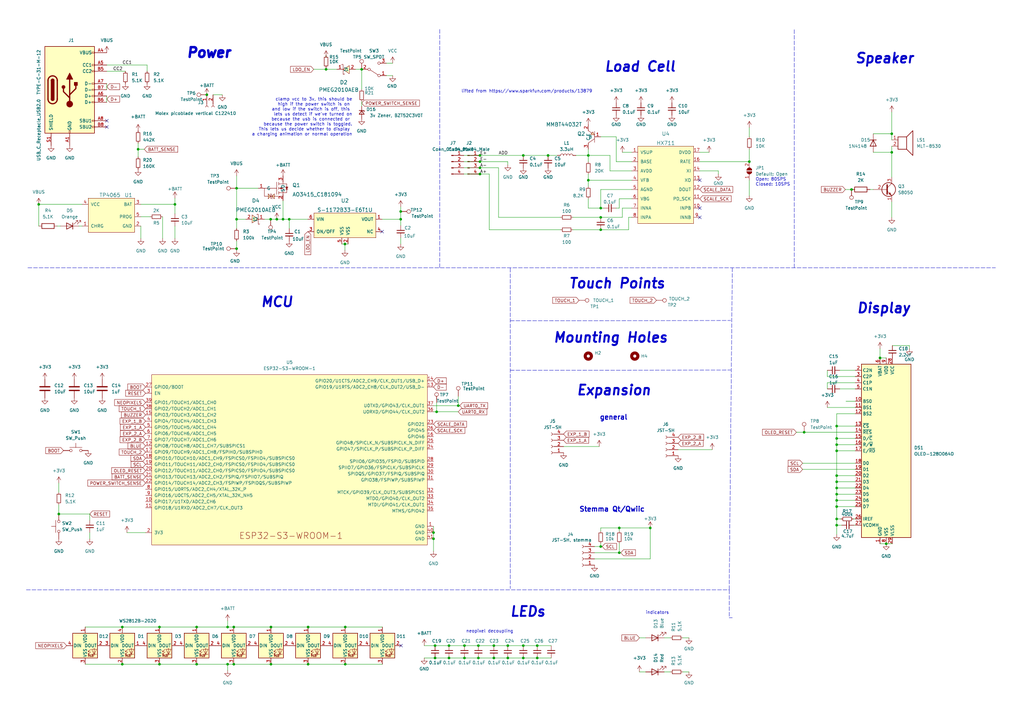
<source format=kicad_sch>
(kicad_sch (version 20211123) (generator eeschema)
  (paper "A3")
  (junction (at 148.336 28.448))
  (junction (at 110.998 89.916))
  (junction (at 241.3 63.754))
  (junction (at 365.76 62.484))
  (junction (at 184.15 264.795))
  (junction (at 15.875 83.82))
  (junction (at 208.28 264.795))
  (junction (at 196.85 68.834))
  (junction (at 343.154 200.152))
  (junction (at 329.819 177.292))
  (junction (at 343.154 197.612))
  (junction (at 214.63 269.875))
  (junction (at 141.605 272.415))
  (junction (at 93.345 272.415))
  (junction (at 196.85 71.374))
  (junction (at 349.25 77.724))
  (junction (at 246.38 224.155))
  (junction (at 178.435 269.875))
  (junction (at 196.215 269.875))
  (junction (at 190.5 264.795))
  (junction (at 65.405 257.175))
  (junction (at 224.79 63.754))
  (junction (at 126.365 272.415))
  (junction (at 80.645 257.175))
  (junction (at 141.605 257.175))
  (junction (at 307.34 66.294))
  (junction (at 343.154 195.072))
  (junction (at 220.345 269.875))
  (junction (at 254 226.695))
  (junction (at 208.28 269.875))
  (junction (at 179.07 168.91))
  (junction (at 93.345 257.175))
  (junction (at 343.154 207.772))
  (junction (at 220.345 264.795))
  (junction (at 202.565 269.875))
  (junction (at 164.338 86.741))
  (junction (at 80.645 272.415))
  (junction (at 246.38 94.234))
  (junction (at 190.5 269.875))
  (junction (at 141.478 100.076))
  (junction (at 118.618 89.916))
  (junction (at 50.165 272.415))
  (junction (at 196.85 66.294))
  (junction (at 214.63 63.754))
  (junction (at 97.028 77.216))
  (junction (at 365.76 54.864))
  (junction (at 343.154 174.752))
  (junction (at 202.565 264.795))
  (junction (at 214.63 264.795))
  (junction (at 177.8 220.98))
  (junction (at 187.96 166.37))
  (junction (at 24.13 210.82))
  (junction (at 343.154 215.392))
  (junction (at 133.731 28.448))
  (junction (at 343.154 179.832))
  (junction (at 196.85 63.754))
  (junction (at 65.405 272.415))
  (junction (at 241.3 73.914))
  (junction (at 343.154 205.232))
  (junction (at 84.836 38.862))
  (junction (at 116.078 89.916))
  (junction (at 184.15 269.875))
  (junction (at 95.885 272.415))
  (junction (at 254 216.535))
  (junction (at 343.154 184.912))
  (junction (at 177.8 218.44))
  (junction (at 343.154 182.372))
  (junction (at 97.028 101.981))
  (junction (at 95.885 257.175))
  (junction (at 178.435 264.795))
  (junction (at 126.365 257.175))
  (junction (at 111.125 272.415))
  (junction (at 266.7 216.535))
  (junction (at 246.38 89.154))
  (junction (at 111.125 257.175))
  (junction (at 97.028 89.916))
  (junction (at 363.474 223.012))
  (junction (at 196.215 264.795))
  (junction (at 360.934 146.812))
  (junction (at 71.755 83.82))
  (junction (at 246.38 85.344))
  (junction (at 343.154 202.692))
  (junction (at 343.154 212.852))
  (junction (at 50.165 257.175))
  (junction (at 56.642 61.214))
  (junction (at 164.338 89.916))
  (junction (at 113.538 89.916))
  (no_connect (at 287.02 85.344))
  (no_connect (at 43.815 52.07))
  (no_connect (at 43.815 49.53))
  (no_connect (at 287.02 89.154))
  (no_connect (at 287.02 73.914))
  (no_connect (at 156.718 94.996))
  (no_connect (at 164.465 264.795))
  (wire (pts (xy 339.344 154.432) (xy 350.774 154.432)))
  (wire (pts (xy 97.028 77.216) (xy 97.028 89.916)))
  (wire (pts (xy 32.385 92.71) (xy 33.655 92.71)))
  (wire (pts (xy 177.8 220.98) (xy 177.8 226.06)))
  (wire (pts (xy 50.165 257.175) (xy 65.405 257.175)))
  (wire (pts (xy 204.47 68.834) (xy 196.85 68.834)))
  (wire (pts (xy 173.99 269.875) (xy 178.435 269.875)))
  (wire (pts (xy 71.755 81.28) (xy 71.755 83.82)))
  (wire (pts (xy 178.435 269.875) (xy 184.15 269.875)))
  (wire (pts (xy 262.255 261.62) (xy 264.795 261.62)))
  (wire (pts (xy 339.344 167.132) (xy 350.774 167.132)))
  (wire (pts (xy 118.618 89.916) (xy 118.618 93.726)))
  (wire (pts (xy 214.63 63.754) (xy 224.79 63.754)))
  (wire (pts (xy 343.154 219.202) (xy 343.154 215.392)))
  (wire (pts (xy 95.885 272.415) (xy 111.125 272.415)))
  (polyline (pts (xy 10.795 241.935) (xy 299.085 241.935)))
  (wire (pts (xy 329.819 177.292) (xy 350.774 177.292)))
  (wire (pts (xy 145.796 28.448) (xy 148.336 28.448)))
  (wire (pts (xy 196.215 264.795) (xy 202.565 264.795)))
  (wire (pts (xy 343.154 215.392) (xy 345.186 215.392)))
  (wire (pts (xy 343.154 169.672) (xy 343.154 174.752)))
  (wire (pts (xy 250.19 63.754) (xy 241.3 63.754)))
  (wire (pts (xy 339.344 156.972) (xy 339.344 159.512)))
  (wire (pts (xy 343.154 197.612) (xy 350.774 197.612)))
  (wire (pts (xy 141.605 272.415) (xy 156.845 272.415)))
  (wire (pts (xy 243.84 226.695) (xy 254 226.695)))
  (wire (pts (xy 133.731 22.733) (xy 133.731 23.368)))
  (wire (pts (xy 65.405 272.415) (xy 80.645 272.415)))
  (wire (pts (xy 254 81.534) (xy 259.08 81.534)))
  (wire (pts (xy 178.435 264.795) (xy 184.15 264.795)))
  (wire (pts (xy 343.154 200.152) (xy 343.154 202.692)))
  (wire (pts (xy 329.184 192.532) (xy 350.774 192.532)))
  (wire (pts (xy 93.345 257.175) (xy 95.885 257.175)))
  (wire (pts (xy 246.38 216.535) (xy 246.38 217.805)))
  (wire (pts (xy 111.125 257.175) (xy 126.365 257.175)))
  (wire (pts (xy 241.3 73.914) (xy 259.08 73.914)))
  (wire (pts (xy 142.748 100.076) (xy 141.478 100.076)))
  (wire (pts (xy 360.934 223.012) (xy 363.474 223.012)))
  (wire (pts (xy 366.014 141.732) (xy 372.999 141.732)))
  (wire (pts (xy 259.08 89.154) (xy 257.81 89.154)))
  (wire (pts (xy 95.885 257.175) (xy 111.125 257.175)))
  (wire (pts (xy 343.154 195.072) (xy 343.154 197.612)))
  (wire (pts (xy 343.154 182.372) (xy 343.154 184.912)))
  (wire (pts (xy 241.3 61.214) (xy 241.3 63.754)))
  (wire (pts (xy 365.76 54.864) (xy 365.76 57.404)))
  (wire (pts (xy 350.774 195.072) (xy 343.154 195.072)))
  (wire (pts (xy 208.28 264.795) (xy 214.63 264.795)))
  (wire (pts (xy 339.344 151.892) (xy 339.344 154.432)))
  (wire (pts (xy 190.246 68.834) (xy 196.85 68.834)))
  (wire (pts (xy 257.81 89.154) (xy 257.81 94.234)))
  (wire (pts (xy 262.255 275.59) (xy 264.795 275.59)))
  (wire (pts (xy 246.38 224.155) (xy 247.015 224.155)))
  (wire (pts (xy 34.925 257.175) (xy 50.165 257.175)))
  (wire (pts (xy 56.642 58.674) (xy 56.642 61.214)))
  (polyline (pts (xy 299.72 184.15) (xy 299.72 183.515)))
  (wire (pts (xy 93.345 272.415) (xy 95.885 272.415)))
  (wire (pts (xy 15.875 83.82) (xy 15.875 92.71)))
  (polyline (pts (xy 300.355 109.855) (xy 299.085 241.935)))
  (polyline (pts (xy 209.296 131.572) (xy 299.72 131.445)))
  (wire (pts (xy 343.154 207.772) (xy 350.774 207.772)))
  (wire (pts (xy 105.918 77.216) (xy 97.028 77.216)))
  (wire (pts (xy 343.154 202.692) (xy 350.774 202.692)))
  (wire (pts (xy 97.028 72.136) (xy 97.028 77.216)))
  (wire (pts (xy 59.182 61.214) (xy 56.642 61.214)))
  (wire (pts (xy 243.84 229.235) (xy 266.7 229.235)))
  (wire (pts (xy 252.73 85.344) (xy 254 85.344)))
  (wire (pts (xy 241.3 73.914) (xy 241.3 76.454)))
  (wire (pts (xy 108.458 89.916) (xy 110.998 89.916)))
  (wire (pts (xy 190.246 63.754) (xy 196.85 63.754)))
  (wire (pts (xy 343.154 202.692) (xy 343.154 205.232)))
  (wire (pts (xy 202.565 264.795) (xy 208.28 264.795)))
  (wire (pts (xy 80.645 257.175) (xy 93.345 257.175)))
  (wire (pts (xy 344.424 151.892) (xy 350.774 151.892)))
  (wire (pts (xy 116.078 82.296) (xy 116.078 89.916)))
  (wire (pts (xy 350.774 156.972) (xy 339.344 156.972)))
  (wire (pts (xy 231.14 183.134) (xy 245.745 183.134)))
  (wire (pts (xy 254 226.695) (xy 254.635 226.695)))
  (wire (pts (xy 246.38 216.535) (xy 254 216.535)))
  (wire (pts (xy 326.644 177.292) (xy 329.819 177.292)))
  (wire (pts (xy 360.934 146.812) (xy 363.474 146.812)))
  (polyline (pts (xy 325.755 109.855) (xy 325.755 12.065)))
  (wire (pts (xy 229.87 89.154) (xy 204.47 89.154)))
  (wire (pts (xy 350.774 200.152) (xy 343.154 200.152)))
  (wire (pts (xy 24.13 207.01) (xy 24.13 210.82)))
  (wire (pts (xy 24.13 198.12) (xy 24.13 201.93)))
  (wire (pts (xy 365.76 62.484) (xy 365.76 72.644)))
  (wire (pts (xy 50.165 272.415) (xy 65.405 272.415)))
  (wire (pts (xy 177.8 218.44) (xy 177.8 220.98)))
  (wire (pts (xy 200.66 94.234) (xy 229.87 94.234)))
  (wire (pts (xy 56.642 61.214) (xy 56.642 64.389)))
  (wire (pts (xy 307.34 80.264) (xy 307.34 73.914)))
  (wire (pts (xy 116.078 89.916) (xy 118.618 89.916)))
  (wire (pts (xy 254 216.535) (xy 254 217.805)))
  (wire (pts (xy 224.79 63.754) (xy 228.6 63.754)))
  (wire (pts (xy 34.925 272.415) (xy 50.165 272.415)))
  (wire (pts (xy 133.731 28.448) (xy 138.176 28.448)))
  (wire (pts (xy 43.815 26.67) (xy 60.325 26.67)))
  (wire (pts (xy 294.64 70.104) (xy 294.64 71.374)))
  (wire (pts (xy 57.785 88.9) (xy 61.595 88.9)))
  (wire (pts (xy 343.154 205.232) (xy 343.154 207.772)))
  (wire (pts (xy 259.08 77.724) (xy 246.38 77.724)))
  (wire (pts (xy 350.266 215.392) (xy 350.774 215.392)))
  (polyline (pts (xy 180.34 12.065) (xy 180.34 109.855)))
  (polyline (pts (xy 299.085 241.935) (xy 299.085 253.365)))
  (wire (pts (xy 241.3 66.294) (xy 241.3 63.754)))
  (wire (pts (xy 246.38 222.885) (xy 246.38 224.155)))
  (wire (pts (xy 344.424 159.512) (xy 350.774 159.512)))
  (wire (pts (xy 93.345 254.635) (xy 93.345 257.175)))
  (wire (pts (xy 254 85.344) (xy 254 81.534)))
  (polyline (pts (xy 299.085 253.365) (xy 300.355 253.365)))
  (wire (pts (xy 164.338 97.536) (xy 164.338 100.076)))
  (wire (pts (xy 243.84 224.155) (xy 246.38 224.155)))
  (wire (pts (xy 196.85 66.294) (xy 208.28 66.294)))
  (wire (pts (xy 252.73 56.134) (xy 252.73 66.294)))
  (wire (pts (xy 259.08 70.104) (xy 250.19 70.104)))
  (wire (pts (xy 164.338 84.836) (xy 164.338 86.741)))
  (wire (pts (xy 307.34 52.324) (xy 307.34 56.134)))
  (wire (pts (xy 358.14 62.484) (xy 365.76 62.484)))
  (wire (pts (xy 214.63 269.875) (xy 220.345 269.875)))
  (wire (pts (xy 250.19 70.104) (xy 250.19 63.754)))
  (wire (pts (xy 196.85 63.754) (xy 214.63 63.754)))
  (wire (pts (xy 190.5 269.875) (xy 196.215 269.875)))
  (wire (pts (xy 148.336 28.448) (xy 148.336 36.576)))
  (wire (pts (xy 290.83 62.484) (xy 287.02 62.484)))
  (wire (pts (xy 148.336 41.656) (xy 148.336 43.561)))
  (wire (pts (xy 329.184 189.992) (xy 350.774 189.992)))
  (wire (pts (xy 220.345 264.795) (xy 226.06 264.795)))
  (wire (pts (xy 234.95 89.154) (xy 246.38 89.154)))
  (wire (pts (xy 241.3 81.534) (xy 241.3 85.344)))
  (wire (pts (xy 65.405 257.175) (xy 80.645 257.175)))
  (wire (pts (xy 343.154 212.852) (xy 343.154 207.772)))
  (wire (pts (xy 161.036 25.908) (xy 158.496 25.908)))
  (wire (pts (xy 179.07 168.91) (xy 187.96 168.91)))
  (wire (pts (xy 187.96 166.37) (xy 177.8 166.37)))
  (wire (pts (xy 36.83 213.36) (xy 36.83 210.82)))
  (wire (pts (xy 241.3 73.914) (xy 241.3 71.374)))
  (wire (pts (xy 164.338 86.741) (xy 164.338 89.916)))
  (wire (pts (xy 307.34 61.214) (xy 307.34 66.294)))
  (wire (pts (xy 200.66 71.374) (xy 200.66 94.234)))
  (wire (pts (xy 346.71 77.724) (xy 349.25 77.724)))
  (wire (pts (xy 350.774 174.752) (xy 343.154 174.752)))
  (wire (pts (xy 343.154 169.672) (xy 350.774 169.672)))
  (wire (pts (xy 97.028 101.981) (xy 97.028 98.806)))
  (wire (pts (xy 204.47 89.154) (xy 204.47 68.834)))
  (wire (pts (xy 346.964 164.592) (xy 350.774 164.592)))
  (wire (pts (xy 246.38 85.344) (xy 247.65 85.344)))
  (polyline (pts (xy 11.43 109.855) (xy 408.305 109.855)))
  (wire (pts (xy 259.08 66.294) (xy 252.73 66.294)))
  (wire (pts (xy 196.85 71.374) (xy 200.66 71.374)))
  (wire (pts (xy 161.036 30.988) (xy 158.496 30.988)))
  (wire (pts (xy 208.28 66.294) (xy 208.28 67.564)))
  (wire (pts (xy 43.815 39.37) (xy 43.815 41.91)))
  (wire (pts (xy 190.246 66.294) (xy 196.85 66.294)))
  (wire (pts (xy 141.478 100.076) (xy 141.478 102.616)))
  (wire (pts (xy 343.154 197.612) (xy 343.154 200.152)))
  (wire (pts (xy 252.73 56.134) (xy 246.38 56.134)))
  (wire (pts (xy 266.7 229.235) (xy 266.7 216.535)))
  (wire (pts (xy 52.07 218.44) (xy 59.69 218.44)))
  (wire (pts (xy 343.154 184.912) (xy 350.774 184.912)))
  (wire (pts (xy 358.14 54.864) (xy 365.76 54.864)))
  (wire (pts (xy 184.15 269.875) (xy 190.5 269.875)))
  (wire (pts (xy 93.345 272.415) (xy 93.345 274.955)))
  (wire (pts (xy 36.83 218.44) (xy 36.83 220.98)))
  (wire (pts (xy 184.15 264.795) (xy 190.5 264.795)))
  (wire (pts (xy 111.125 272.415) (xy 126.365 272.415)))
  (wire (pts (xy 179.07 165.1) (xy 179.07 168.91)))
  (wire (pts (xy 287.02 66.294) (xy 307.34 66.294)))
  (wire (pts (xy 246.38 89.154) (xy 255.27 89.154)))
  (polyline (pts (xy 209.296 151.892) (xy 299.72 151.765)))
  (wire (pts (xy 57.785 97.79) (xy 57.785 92.71)))
  (wire (pts (xy 71.755 92.71) (xy 71.755 97.79)))
  (wire (pts (xy 365.76 89.154) (xy 365.76 82.804)))
  (wire (pts (xy 236.22 63.754) (xy 241.3 63.754)))
  (wire (pts (xy 87.376 38.862) (xy 91.186 38.862)))
  (wire (pts (xy 188.595 166.37) (xy 187.96 166.37)))
  (wire (pts (xy 343.154 179.832) (xy 343.154 182.372)))
  (wire (pts (xy 234.95 94.234) (xy 246.38 94.234)))
  (wire (pts (xy 254 222.885) (xy 254 226.695)))
  (wire (pts (xy 343.154 195.072) (xy 343.154 184.912)))
  (wire (pts (xy 363.474 223.012) (xy 366.014 223.012)))
  (wire (pts (xy 43.815 34.29) (xy 43.815 36.83)))
  (wire (pts (xy 57.785 83.82) (xy 71.755 83.82)))
  (wire (pts (xy 214.63 264.795) (xy 220.345 264.795)))
  (wire (pts (xy 97.028 89.916) (xy 97.028 93.726)))
  (wire (pts (xy 220.345 269.875) (xy 226.06 269.875)))
  (wire (pts (xy 372.999 141.732) (xy 372.999 143.002)))
  (wire (pts (xy 343.154 215.392) (xy 343.154 212.852)))
  (wire (pts (xy 187.96 162.56) (xy 187.96 166.37)))
  (wire (pts (xy 272.415 261.62) (xy 274.955 261.62)))
  (wire (pts (xy 36.83 210.82) (xy 24.13 210.82)))
  (wire (pts (xy 66.675 97.79) (xy 66.675 88.9)))
  (wire (pts (xy 343.154 179.832) (xy 350.774 179.832)))
  (wire (pts (xy 208.28 269.875) (xy 214.63 269.875)))
  (wire (pts (xy 282.575 261.62) (xy 280.035 261.62)))
  (wire (pts (xy 156.718 89.916) (xy 164.338 89.916)))
  (wire (pts (xy 113.538 89.916) (xy 116.078 89.916)))
  (wire (pts (xy 60.325 26.67) (xy 60.325 29.21)))
  (wire (pts (xy 202.565 269.875) (xy 208.28 269.875)))
  (wire (pts (xy 173.99 264.795) (xy 178.435 264.795)))
  (wire (pts (xy 133.731 27.813) (xy 133.731 28.448)))
  (wire (pts (xy 80.645 272.415) (xy 93.345 272.415)))
  (wire (pts (xy 255.27 62.484) (xy 259.08 62.484)))
  (wire (pts (xy 126.365 272.415) (xy 141.605 272.415)))
  (wire (pts (xy 272.415 275.59) (xy 274.955 275.59)))
  (wire (pts (xy 255.27 89.154) (xy 255.27 85.344)))
  (wire (pts (xy 97.028 89.916) (xy 100.838 89.916)))
  (wire (pts (xy 343.154 205.232) (xy 350.774 205.232)))
  (wire (pts (xy 128.651 28.448) (xy 133.731 28.448)))
  (wire (pts (xy 246.38 94.234) (xy 257.81 94.234)))
  (wire (pts (xy 71.755 87.63) (xy 71.755 83.82)))
  (wire (pts (xy 43.815 29.21) (xy 51.435 29.21)))
  (wire (pts (xy 365.76 59.944) (xy 365.76 62.484)))
  (wire (pts (xy 110.998 89.916) (xy 113.538 89.916)))
  (wire (pts (xy 177.8 215.9) (xy 177.8 218.44)))
  (wire (pts (xy 350.012 212.852) (xy 350.774 212.852)))
  (polyline (pts (xy 209.296 109.982) (xy 209.296 241.427)))
  (wire (pts (xy 126.365 257.175) (xy 141.605 257.175)))
  (wire (pts (xy 365.76 45.974) (xy 365.76 54.864)))
  (wire (pts (xy 33.655 83.82) (xy 15.875 83.82)))
  (wire (pts (xy 343.154 182.372) (xy 350.774 182.372)))
  (wire (pts (xy 179.07 168.91) (xy 177.8 168.91)))
  (wire (pts (xy 287.02 70.104) (xy 294.64 70.104)))
  (wire (pts (xy 343.154 212.852) (xy 344.932 212.852)))
  (wire (pts (xy 23.495 92.71) (xy 24.765 92.71)))
  (wire (pts (xy 356.87 77.724) (xy 358.14 77.724)))
  (wire (pts (xy 118.618 89.916) (xy 126.238 89.916)))
  (wire (pts (xy 360.934 143.002) (xy 360.934 146.812)))
  (wire (pts (xy 190.246 71.374) (xy 196.85 71.374)))
  (wire (pts (xy 241.3 85.344) (xy 246.38 85.344)))
  (wire (pts (xy 141.605 257.175) (xy 156.845 257.175)))
  (wire (pts (xy 190.5 264.795) (xy 196.215 264.795)))
  (wire (pts (xy 254 216.535) (xy 266.7 216.535)))
  (wire (pts (xy 278.13 184.404) (xy 292.1 184.404)))
  (wire (pts (xy 255.27 85.344) (xy 259.08 85.344)))
  (wire (pts (xy 196.215 269.875) (xy 202.565 269.875)))
  (wire (pts (xy 164.338 89.916) (xy 164.338 92.456)))
  (wire (pts (xy 343.154 174.752) (xy 343.154 179.832)))
  (wire (pts (xy 141.478 100.076) (xy 140.208 100.076)))
  (wire (pts (xy 246.38 77.724) (xy 246.38 85.344)))
  (wire (pts (xy 282.575 275.59) (xy 280.035 275.59)))
  (wire (pts (xy 97.028 102.616) (xy 97.028 101.981)))
  (text "lifted from https://www.sparkfun.com/products/13879" (at 189.23 38.227 0) (effects (font (size 1.27 1.27)) (justify left bottom)))
  (text "Open: 80SPS\nClosed: 10SPS\n" (at 309.88 76.454 0) (effects (font (size 1.27 1.27)) (justify left bottom)))
  (text "Touch Points" (at 233.045 118.745 0) (effects (font (size 4 4) (thickness 0.8) bold italic) (justify left bottom)))
  (text "MCU" (at 106.68 126.365 0) (effects (font (size 4 4) (thickness 0.8) bold italic) (justify left bottom)))
  (text "Power" (at 76.2 24.13 0) (effects (font (size 4 4) (thickness 1) bold italic) (justify left bottom)))
  (text "Display" (at 351.155 128.905 0) (effects (font (size 4 4) (thickness 0.8) bold italic) (justify left bottom)))
  (text "Expansion" (at 236.22 162.56 0) (effects (font (size 4 4) (thickness 0.8) bold italic) (justify left bottom)))
  (text "Mounting Holes" (at 226.695 140.97 0) (effects (font (size 4 4) (thickness 0.8) bold italic) (justify left bottom)))
  (text "clamp vcc to 3v, this should be\nhigh if the power switch is on \nand low if the switch is off, this \nlets us detect if we've turned on\nbecause the usb is connected or \nbecause the power switch is toggled.\nThis lets us decide whether to display \na charging animation or normal operation" (at 144.526 55.88 0) (effects (font (size 1.27 1.27)) (justify right bottom)))
  (text "Stemma Qt/Qwiic" (at 237.49 210.185 0) (effects (font (size 2 2) (thickness 0.4) bold) (justify left bottom)))
  (text "LEDs\n" (at 208.915 253.365 0) (effects (font (size 4 4) (thickness 0.8) bold italic) (justify left bottom)))
  (text "Speaker" (at 350.52 26.416 0) (effects (font (size 4 4) (thickness 0.8) bold italic) (justify left bottom)))
  (text "Load Cell" (at 247.65 29.845 0) (effects (font (size 4 4) (thickness 0.8) bold italic) (justify left bottom)))
  (text "neopixel decoupling\n" (at 191.135 259.715 0) (effects (font (size 1.27 1.27)) (justify left bottom)))
  (text "general" (at 245.872 172.466 0) (effects (font (size 2 2) (thickness 0.4) bold) (justify left bottom)))
  (text "indicators" (at 264.795 252.095 0) (effects (font (size 1.27 1.27)) (justify left bottom)))
  (label "ADD" (at 204.47 63.754 0))
  (label "CC2" (at 46.355 29.21 0))
  (label "CC1" (at 50.165 26.67 0))
  (label "E+" (at 196.85 63.754 0))
  (label "A-" (at 196.85 68.834 0))
  (label "E-" (at 196.85 66.294 0))
  (label "A+" (at 196.85 71.374 0))
  (global_label "D-" (shape input) (at 43.815 35.56 0) (property "Intersheet References" "${INTERSHEET_REFS}" (effects hide)))
  (global_label "OLED_RESET" (shape input) (at 59.69 193.04 180) (property "Intersheet References" "${INTERSHEET_REFS}" (effects hide)))
  (global_label "UART0_RX" (shape input) (at 187.96 168.91 0) (property "Intersheet References" "${INTERSHEET_REFS}" (effects hide)))
  (global_label "LDO_EN" (shape input) (at 126.238 94.996 270) (property "Intersheet References" "${INTERSHEET_REFS}" (effects hide)))
  (global_label "POWER_SWITCH_SENSE" (shape input) (at 148.336 42.291 0) (property "Intersheet References" "${INTERSHEET_REFS}" (effects hide)))
  (global_label "UART0_TX" (shape input) (at 188.595 166.37 0) (property "Intersheet References" "${INTERSHEET_REFS}" (effects hide)))
  (global_label "BATT_SENSE" (shape input) (at 59.182 61.214 0) (property "Intersheet References" "${INTERSHEET_REFS}" (effects hide)))
  (global_label "BLUE" (shape input) (at 262.255 261.62 180) (property "Intersheet References" "${INTERSHEET_REFS}" (effects hide)))
  (global_label "SCALE_SCK" (shape input) (at 177.8 176.53 0) (property "Intersheet References" "${INTERSHEET_REFS}" (effects hide)))
  (global_label "TOUCH_2" (shape input) (at 59.69 185.42 180) (property "Intersheet References" "${INTERSHEET_REFS}" (effects hide)))
  (global_label "BUZZER" (shape input) (at 346.71 77.724 180) (property "Intersheet References" "${INTERSHEET_REFS}" (effects hide)))
  (global_label "BUZZER" (shape input) (at 59.69 170.18 180) (property "Intersheet References" "${INTERSHEET_REFS}" (effects hide)))
  (global_label "EXP_1_B" (shape input) (at 59.69 172.72 180) (property "Intersheet References" "${INTERSHEET_REFS}" (effects hide)))
  (global_label "EXP_1_B" (shape input) (at 231.14 178.054 0) (property "Intersheet References" "${INTERSHEET_REFS}" (effects hide)))
  (global_label "D+" (shape input) (at 43.815 40.64 0) (property "Intersheet References" "${INTERSHEET_REFS}" (effects hide)))
  (global_label "NEOPIXELS" (shape input) (at 27.305 264.795 180) (property "Intersheet References" "${INTERSHEET_REFS}" (effects hide)))
  (global_label "SCL" (shape input) (at 59.69 190.5 180) (property "Intersheet References" "${INTERSHEET_REFS}" (effects hide)))
  (global_label "SDA" (shape input) (at 254.635 226.695 0) (property "Intersheet References" "${INTERSHEET_REFS}" (effects hide)))
  (global_label "SDA" (shape input) (at 59.69 187.96 180) (property "Intersheet References" "${INTERSHEET_REFS}" (effects hide)))
  (global_label "NEOPIXELS" (shape input) (at 59.69 165.1 180) (property "Intersheet References" "${INTERSHEET_REFS}" (effects hide)))
  (global_label "D-" (shape input) (at 177.8 158.75 0) (property "Intersheet References" "${INTERSHEET_REFS}" (effects hide)))
  (global_label "TOUCH_2" (shape input) (at 269.24 123.19 180) (property "Intersheet References" "${INTERSHEET_REFS}" (effects hide)))
  (global_label "POWER_SWITCH_SENSE" (shape input) (at 59.69 198.12 180) (property "Intersheet References" "${INTERSHEET_REFS}" (effects hide)))
  (global_label "LDO_EN" (shape input) (at 128.651 28.448 180) (property "Intersheet References" "${INTERSHEET_REFS}" (effects hide)))
  (global_label "SDA" (shape input) (at 329.184 192.532 180) (property "Intersheet References" "${INTERSHEET_REFS}" (effects hide)))
  (global_label "EXP_1_A" (shape input) (at 59.69 175.26 180) (property "Intersheet References" "${INTERSHEET_REFS}" (effects hide)))
  (global_label "D+" (shape input) (at 177.8 156.21 0) (property "Intersheet References" "${INTERSHEET_REFS}" (effects hide)))
  (global_label "RESET" (shape input) (at 36.83 210.82 0) (property "Intersheet References" "${INTERSHEET_REFS}" (effects hide)))
  (global_label "EXP_2_A" (shape input) (at 59.69 177.8 180) (property "Intersheet References" "${INTERSHEET_REFS}" (effects hide)))
  (global_label "SCALE_SCK" (shape input) (at 287.02 81.534 0) (property "Intersheet References" "${INTERSHEET_REFS}" (effects hide)))
  (global_label "TOUCH_1" (shape input) (at 59.69 167.64 180) (property "Intersheet References" "${INTERSHEET_REFS}" (effects hide)))
  (global_label "BLUE" (shape input) (at 59.69 182.88 180) (property "Intersheet References" "${INTERSHEET_REFS}" (effects hide)))
  (global_label "BATT_SENSE" (shape input) (at 59.69 195.58 180) (property "Intersheet References" "${INTERSHEET_REFS}" (effects hide)))
  (global_label "RESET" (shape input) (at 59.69 161.29 180) (property "Intersheet References" "${INTERSHEET_REFS}" (effects hide)))
  (global_label "EXP_2_B" (shape input) (at 278.13 179.324 0) (property "Intersheet References" "${INTERSHEET_REFS}" (effects hide)))
  (global_label "TOUCH_1" (shape input) (at 237.49 123.19 180) (property "Intersheet References" "${INTERSHEET_REFS}" (effects hide)))
  (global_label "EXP_2_A" (shape input) (at 278.13 181.864 0) (property "Intersheet References" "${INTERSHEET_REFS}" (effects hide)))
  (global_label "SCL" (shape input) (at 247.015 224.155 0) (property "Intersheet References" "${INTERSHEET_REFS}" (effects hide)))
  (global_label "SCALE_DATA" (shape input) (at 177.8 173.99 0) (property "Intersheet References" "${INTERSHEET_REFS}" (effects hide)))
  (global_label "BOOT" (shape input) (at 26.035 184.785 180) (property "Intersheet References" "${INTERSHEET_REFS}" (effects hide)))
  (global_label "BOOT" (shape input) (at 59.69 158.75 180) (property "Intersheet References" "${INTERSHEET_REFS}" (effects hide)))
  (global_label "SCALE_DATA" (shape input) (at 287.02 77.724 0) (property "Intersheet References" "${INTERSHEET_REFS}" (effects hide)))
  (global_label "OLED_RESET" (shape input) (at 326.644 177.292 180) (property "Intersheet References" "${INTERSHEET_REFS}" (effects hide)))
  (global_label "SCL" (shape input) (at 329.184 189.992 180) (property "Intersheet References" "${INTERSHEET_REFS}" (effects hide)))
  (global_label "EXP_2_B" (shape input) (at 59.69 180.34 180) (property "Intersheet References" "${INTERSHEET_REFS}" (effects hide)))
  (global_label "EXP_1_A" (shape input) (at 231.14 180.594 0) (property "Intersheet References" "${INTERSHEET_REFS}" (effects hide)))
  (symbol (lib_id "power:GND") (at 60.325 34.29 0) (unit 1)
    (property "Reference" "#PWR05" (effects hide))
    (property "Value" "GND" (at 60.325 39.37 0))
  )
  (symbol (lib_id "Device:D") (at 358.14 58.674 90) (mirror x) (unit 1)
    (property "Reference" "D15" (at 353.06 57.404 90) (effects (justify right)))
    (property "Value" "1N4148" (at 347.98 59.944 90) (effects (justify right)))
    (property "Footprint" "Diode_SMD:D_SOD-323_HandSoldering" (effects hide))
  )
  (symbol (lib_id "Device:C_Small") (at 190.5 267.335 0) (unit 1)
    (property "Reference" "C21" (at 189.23 262.89 0) (effects (justify left)))
    (property "Value" "0.1uF" (at 187.96 271.78 0) (effects (justify left)))
    (property "Footprint" "Capacitor_SMD:C_0805_2012Metric_Pad1.18x1.45mm_HandSolder" (effects hide))
  )
  (symbol (lib_id "Device:C_Small") (at 214.63 267.335 0) (unit 1)
    (property "Reference" "C25" (at 213.36 262.89 0) (effects (justify left)))
    (property "Value" "0.1uF" (at 212.09 271.78 0) (effects (justify left)))
    (property "Footprint" "Capacitor_SMD:C_0805_2012Metric_Pad1.18x1.45mm_HandSolder" (effects hide))
  )
  (symbol (lib_id "Connector:TestPoint") (at 97.028 77.216 90) (unit 1)
    (property "Reference" "TP3" (at 88.138 72.136 90))
    (property "Value" "TestPoint" (at 89.408 74.676 90))
    (property "Footprint" "TestPoint:TestPoint_Pad_D1.5mm" (effects hide))
  )
  (symbol (lib_id "Device:L") (at 232.41 63.754 90) (unit 1)
    (property "Reference" "L1" (at 232.41 58.674 90))
    (property "Value" "3.3uH" (at 232.41 61.214 90))
    (property "Footprint" "Inductor_SMD:L_0805_2012Metric_Pad1.05x1.20mm_HandSolder" (effects hide))
  )
  (symbol (lib_id "power:GND") (at 224.79 68.834 0) (unit 1)
    (property "Reference" "#PWR023" (effects hide))
    (property "Value" "GND" (at 224.79 72.644 0))
  )
  (symbol (lib_id "Device:C_Small") (at 178.435 267.335 0) (unit 1)
    (property "Reference" "C19" (at 177.165 262.89 0) (effects (justify left)))
    (property "Value" "0.1uF" (at 175.895 271.78 0) (effects (justify left)))
    (property "Footprint" "Capacitor_SMD:C_0805_2012Metric_Pad1.18x1.45mm_HandSolder" (effects hide))
  )
  (symbol (lib_id "power:+3V3") (at 241.3 51.054 0) (unit 1)
    (property "Reference" "#PWR0106" (effects hide))
    (property "Value" "+3V3" (at 241.3 45.974 0))
  )
  (symbol (lib_id "power:+3.3V") (at 18.415 155.575 0) (unit 1)
    (property "Reference" "#PWR039" (effects hide))
    (property "Value" "+3.3V" (at 18.415 150.495 0))
  )
  (symbol (lib_id "power:+BATT") (at 116.078 72.136 0) (unit 1)
    (property "Reference" "#PWR010" (effects hide))
    (property "Value" "+BATT" (at 116.078 67.691 0))
  )
  (symbol (lib_id "LED:WS2812B") (at 111.125 264.795 0) (unit 1)
    (property "Reference" "D8" (at 118.745 260.985 0))
    (property "Value" "WS2812B-2020" (effects hide))
    (property "Footprint" "easyeda2kicad:LED-SMD_4P-L2.0-W2.0-TL_WS2812B-2020" (effects hide))
    (property "Datasheet" "https://cdn-shop.adafruit.com/datasheets/WS2812B.pdf" (effects hide))
  )
  (symbol (lib_id "power:+3.3V") (at 41.91 155.575 0) (unit 1)
    (property "Reference" "#PWR043" (effects hide))
    (property "Value" "+3.3V" (at 41.91 150.495 0))
  )
  (symbol (lib_id "easyeda2kicad:HX711") (at 273.05 71.374 0) (unit 1)
    (property "Reference" "U4" (at 273.05 54.864 0) (effects (font (size 1.524 1.524))))
    (property "Value" "HX711" (at 273.05 58.674 0) (effects (font (size 1.524 1.524))))
    (property "Footprint" "easyeda2kicad:SOP-16_L10.0-W3.9-P1.27-LS6.0-BL" (effects hide))
    (property "Datasheet" "https://lcsc.com/product-detail/Analog-To-Digital-Converters-ADCs_HX711_C43656.html" (effects hide))
    (property "Manufacturer" "AVIA" (effects hide))
    (property "LCSC Part" "C43656" (effects hide))
    (property "JLC Part" "Extended Part" (effects hide))
  )
  (symbol (lib_id "Device:C_Small") (at 366.014 144.272 0) (unit 1)
    (property "Reference" "C18" (at 368.554 143.0082 0) (effects (justify left)))
    (property "Value" "2.2uF" (at 368.554 145.5482 0) (effects (justify left)))
    (property "Footprint" "Capacitor_SMD:C_0805_2012Metric_Pad1.18x1.45mm_HandSolder" (effects hide))
  )
  (symbol (lib_id "Device:C_Small") (at 208.28 267.335 0) (unit 1)
    (property "Reference" "C24" (at 207.01 262.89 0) (effects (justify left)))
    (property "Value" "0.1uF" (at 205.74 271.78 0) (effects (justify left)))
    (property "Footprint" "Capacitor_SMD:C_0805_2012Metric_Pad1.18x1.45mm_HandSolder" (effects hide))
  )
  (symbol (lib_id "Device:R_Small") (at 133.731 25.273 0) (unit 1)
    (property "Reference" "R15" (at 135.001 23.368 0) (effects (justify left)))
    (property "Value" "10K" (at 135.001 25.273 0) (effects (justify left)))
    (property "Footprint" "Resistor_SMD:R_0805_2012Metric_Pad1.20x1.40mm_HandSolder" (effects hide))
  )
  (symbol (lib_id "Device:C_Small") (at 341.884 151.892 90) (unit 1)
    (property "Reference" "C15" (at 341.884 146.177 90))
    (property "Value" "1uF" (at 341.884 148.717 90))
    (property "Footprint" "Capacitor_SMD:C_0805_2012Metric_Pad1.18x1.45mm_HandSolder" (effects hide))
  )
  (symbol (lib_id "Device:C_Small") (at 341.884 159.512 90) (unit 1)
    (property "Reference" "C16" (at 341.884 154.432 90))
    (property "Value" "1uF" (at 341.884 156.972 90))
    (property "Footprint" "Capacitor_SMD:C_0805_2012Metric_Pad1.18x1.45mm_HandSolder" (effects hide))
  )
  (symbol (lib_id "Device:LED") (at 28.575 92.71 180) (unit 1)
    (property "Reference" "D5" (at 28.575 86.36 0))
    (property "Value" "Orange" (at 28.575 88.9 0))
    (property "Footprint" "LED_SMD:LED_0805_2012Metric_Pad1.15x1.40mm_HandSolder" (effects hide))
  )
  (symbol (lib_id "power:GND") (at 56.642 69.469 0) (unit 1)
    (property "Reference" "#PWR057" (effects hide))
    (property "Value" "GND" (at 56.642 74.549 0))
  )
  (symbol (lib_id "Device:C_Small") (at 250.19 85.344 90) (unit 1)
    (property "Reference" "C7" (at 250.19 80.264 90))
    (property "Value" "0.1uF" (at 250.19 82.804 90))
    (property "Footprint" "Capacitor_SMD:C_0805_2012Metric_Pad1.18x1.45mm_HandSolder" (effects hide))
  )
  (symbol (lib_id "Device:C_Small") (at 118.618 96.266 0) (unit 1)
    (property "Reference" "C1" (at 120.65 94.996 0) (effects (justify left)))
    (property "Value" "10uF" (at 119.888 98.044 0) (effects (justify left)))
    (property "Footprint" "Capacitor_SMD:C_0805_2012Metric_Pad1.18x1.45mm_HandSolder" (effects hide))
  )
  (symbol (lib_id "Connector:TestPoint") (at 269.24 123.19 270) (unit 1)
    (property "Reference" "TP2" (at 273.8121 125.095 90) (effects (justify left)))
    (property "Value" "TOUCH_2" (at 274.32 122.555 90) (effects (justify left)))
    (property "Footprint" "TouchPads:TouchPad" (effects hide))
  )
  (symbol (lib_id "Connector:TestPoint") (at 110.998 89.916 180) (unit 1)
    (property "Reference" "TP4" (at 109.728 94.996 0) (effects (justify right)))
    (property "Value" "TestPoint" (at 107.188 97.536 0) (effects (justify right)))
    (property "Footprint" "TestPoint:TestPoint_Pad_D1.5mm" (effects hide))
  )
  (symbol (lib_id "power:GND") (at 20.955 59.69 0) (unit 1)
    (property "Reference" "#PWR01" (effects hide))
    (property "Value" "GND" (at 20.955 64.77 0))
  )
  (symbol (lib_id "Switch:SW_SPDT") (at 153.416 28.448 0) (mirror x) (unit 1)
    (property "Reference" "SW3" (at 153.416 20.828 0))
    (property "Value" "SW_SPDT" (at 153.416 23.368 0))
    (property "Footprint" "Button_Switch_SMD:SW_SPDT_PCM12" (effects hide))
  )
  (symbol (lib_id "Device:C_Small") (at 347.726 215.392 90) (mirror x) (unit 1)
    (property "Reference" "C17" (at 347.726 217.932 90))
    (property "Value" "4.7uF" (at 347.726 219.837 90))
    (property "Footprint" "Capacitor_SMD:C_0805_2012Metric_Pad1.18x1.45mm_HandSolder" (effects hide))
  )
  (symbol (lib_id "power:VBUS") (at 15.875 83.82 0) (unit 1)
    (property "Reference" "#PWR08" (effects hide))
    (property "Value" "VBUS" (at 15.875 78.74 0))
  )
  (symbol (lib_id "Connector:Conn_01x04_Male") (at 191.77 66.294 0) (unit 1)
    (property "Reference" "J2" (at 192.405 58.674 0))
    (property "Value" "Conn_01x04_Male" (at 192.405 61.214 0))
    (property "Footprint" "Connector_JST:JST_SH_BM04B-SRSS-TB_1x04-1MP_P1.00mm_Vertical" (effects hide))
  )
  (symbol (lib_id "Device:C_Small") (at 164.338 94.996 0) (unit 1)
    (property "Reference" "C2" (at 165.862 93.472 0) (effects (justify left)))
    (property "Value" "10uF" (at 165.608 96.774 0) (effects (justify left)))
    (property "Footprint" "Capacitor_SMD:C_0805_2012Metric_Pad1.18x1.45mm_HandSolder" (effects hide))
  )
  (symbol (lib_id "power:GND") (at 91.186 38.862 0) (unit 1)
    (property "Reference" "#PWR0111" (effects hide))
    (property "Value" "GND" (at 91.186 43.942 0))
  )
  (symbol (lib_id "Device:Speaker") (at 370.84 57.404 0) (unit 1)
    (property "Reference" "LS1" (at 375.92 57.4039 0) (effects (justify left)))
    (property "Value" "MLT-8530" (at 375.92 59.9439 0) (effects (justify left)))
    (property "Footprint" "Buzzer_Beeper:Buzzer_CUI_CPT-9019S-SMT" (effects hide))
  )
  (symbol (lib_id "Device:R_Small") (at 241.3 68.834 0) (unit 1)
    (property "Reference" "R8" (at 243.84 67.5639 0) (effects (justify left)))
    (property "Value" "20K" (at 243.84 70.1039 0) (effects (justify left)))
    (property "Footprint" "Resistor_SMD:R_0805_2012Metric_Pad1.20x1.40mm_HandSolder" (effects hide))
  )
  (symbol (lib_id "power:+3.3V") (at 339.344 167.132 0) (unit 1)
    (property "Reference" "#PWR046" (effects hide))
    (property "Value" "+3.3V" (at 339.344 162.052 0))
  )
  (symbol (lib_id "Connector:Conn_01x04_Male") (at 185.166 66.294 0) (unit 1)
    (property "Reference" "J7" (at 185.801 58.674 0))
    (property "Value" "Conn_01x04_Male" (at 185.801 61.214 0))
    (property "Footprint" "Connector_JST:JST_SH_BM04B-SRSS-TB_1x04-1MP_P1.00mm_Vertical" (effects hide))
  )
  (symbol (lib_id "power:GND") (at 282.575 275.59 0) (unit 1)
    (property "Reference" "#PWR0107" (effects hide))
    (property "Value" "GND" (at 282.575 280.035 0))
  )
  (symbol (lib_id "Device:C_Small") (at 262.89 44.704 0) (unit 1)
    (property "Reference" "C9" (at 265.43 43.434 0) (effects (justify left)))
    (property "Value" "0.1uF" (at 265.43 45.974 0) (effects (justify left)))
    (property "Footprint" "Capacitor_SMD:C_0805_2012Metric_Pad1.18x1.45mm_HandSolder" (effects hide))
  )
  (symbol (lib_id "Espressif:ESP32-S3-WROOM-1") (at 119.38 187.96 0) (unit 1)
    (property "Reference" "U5" (at 118.745 148.59 0))
    (property "Value" "ESP32-S3-WROOM-1" (at 118.745 151.13 0))
    (property "Footprint" "Espressif:ESP32-S3-WROOM-1" (effects hide))
  )
  (symbol (lib_id "LED:WS2812B") (at 34.925 264.795 0) (unit 1)
    (property "Reference" "D12" (at 42.545 260.985 0))
    (property "Value" "WS2812B-2020" (effects hide))
    (property "Footprint" "easyeda2kicad:LED-SMD_4P-L2.0-W2.0-TL_WS2812B-2020" (effects hide))
    (property "Datasheet" "https://cdn-shop.adafruit.com/datasheets/WS2812B.pdf" (effects hide))
  )
  (symbol (lib_id "power:GND") (at 343.154 219.202 0) (unit 1)
    (property "Reference" "#PWR048" (effects hide))
    (property "Value" "GND" (at 343.154 224.282 0))
  )
  (symbol (lib_id "power:GND") (at 66.675 97.79 0) (unit 1)
    (property "Reference" "#PWR016" (effects hide))
    (property "Value" "GND" (at 66.675 102.87 0))
  )
  (symbol (lib_id "power:+3V3") (at 252.73 42.164 0) (unit 1)
    (property "Reference" "#PWR0101" (effects hide))
    (property "Value" "+3V3" (at 252.73 37.084 0))
  )
  (symbol (lib_id "power:GND") (at 262.89 47.244 0) (unit 1)
    (property "Reference" "#PWR029" (effects hide))
    (property "Value" "GND" (at 262.89 51.054 0))
  )
  (symbol (lib_id "power:GND") (at 51.435 34.29 0) (unit 1)
    (property "Reference" "#PWR04" (effects hide))
    (property "Value" "GND" (at 51.435 39.37 0))
  )
  (symbol (lib_id "Device:C_Small") (at 196.215 267.335 0) (unit 1)
    (property "Reference" "C22" (at 194.945 262.89 0) (effects (justify left)))
    (property "Value" "0.1uF" (at 193.675 271.78 0) (effects (justify left)))
    (property "Footprint" "Capacitor_SMD:C_0805_2012Metric_Pad1.18x1.45mm_HandSolder" (effects hide))
  )
  (symbol (lib_id "Connector:TestPoint") (at 349.25 77.724 180) (unit 1)
    (property "Reference" "TP9" (at 350.52 82.804 0) (effects (justify right)))
    (property "Value" "TestPoint" (at 346.71 85.344 0) (effects (justify right)))
    (property "Footprint" "TestPoint:TestPoint_Pad_D1.5mm" (effects hide))
  )
  (symbol (lib_id "power:GND") (at 278.13 186.944 0) (unit 1)
    (property "Reference" "#PWR0114" (effects hide))
    (property "Value" "GND" (at 278.13 192.024 0))
  )
  (symbol (lib_id "power:GND") (at 177.8 226.06 0) (unit 1)
    (property "Reference" "#PWR036" (effects hide))
    (property "Value" "GND" (at 177.8 231.14 0))
  )
  (symbol (lib_id "LED:WS2812B") (at 141.605 264.795 0) (unit 1)
    (property "Reference" "D10" (at 149.225 260.985 0))
    (property "Value" "WS2812B-2020" (effects hide))
    (property "Footprint" "easyeda2kicad:LED-SMD_4P-L2.0-W2.0-TL_WS2812B-2020" (effects hide))
    (property "Datasheet" "https://cdn-shop.adafruit.com/datasheets/WS2812B.pdf" (effects hide))
  )
  (symbol (lib_id "power:VBUS") (at 43.815 21.59 0) (unit 1)
    (property "Reference" "#PWR03" (effects hide))
    (property "Value" "VBUS" (at 43.815 16.51 0))
  )
  (symbol (lib_id "Device:R_Small") (at 56.642 56.134 0) (unit 1)
    (property "Reference" "R16" (at 58.547 54.8639 0) (effects (justify left)))
    (property "Value" "442K" (at 58.547 57.4039 0) (effects (justify left)))
    (property "Footprint" "Resistor_SMD:R_0805_2012Metric_Pad1.20x1.40mm_HandSolder" (effects hide))
  )
  (symbol (lib_id "power:+3V3") (at 275.59 42.164 0) (unit 1)
    (property "Reference" "#PWR0102" (effects hide))
    (property "Value" "+3V3" (at 275.59 37.084 0))
  )
  (symbol (lib_id "power:GND") (at 372.999 143.002 0) (unit 1)
    (property "Reference" "#PWR052" (effects hide))
    (property "Value" "GND" (at 372.999 147.447 0))
  )
  (symbol (lib_id "power:GND") (at 24.13 220.98 0) (unit 1)
    (property "Reference" "#PWR028" (effects hide))
    (property "Value" "GND" (at 24.13 226.06 0))
  )
  (symbol (lib_id "power:GND") (at 41.91 163.195 0) (unit 1)
    (property "Reference" "#PWR044" (effects hide))
    (property "Value" "GND" (at 41.91 168.275 0))
  )
  (symbol (lib_id "Device:R_Small") (at 51.435 31.75 0) (unit 1)
    (property "Reference" "R1" (at 53.975 30.4799 0) (effects (justify left)))
    (property "Value" "5.1K" (at 53.975 33.0199 0) (effects (justify left)))
    (property "Footprint" "Resistor_SMD:R_0805_2012Metric_Pad1.20x1.40mm_HandSolder" (effects hide))
  )
  (symbol (lib_id "Connector:TestPoint") (at 84.836 38.862 90) (unit 1)
    (property "Reference" "TP6" (at 78.486 38.227 90))
    (property "Value" "TestPoint" (at 78.486 40.767 90))
    (property "Footprint" "TestPoint:TestPoint_Pad_D1.5mm" (effects hide))
  )
  (symbol (lib_id "power:+3V3") (at 255.27 62.484 0) (unit 1)
    (property "Reference" "#PWR0104" (effects hide))
    (property "Value" "+3V3" (at 255.27 57.404 0))
  )
  (symbol (lib_id "power:GND") (at 97.028 102.616 0) (unit 1)
    (property "Reference" "#PWR07" (effects hide))
    (property "Value" "GND" (at 96.393 107.061 0))
  )
  (symbol (lib_id "power:GND") (at 71.755 97.79 0) (unit 1)
    (property "Reference" "#PWR020" (effects hide))
    (property "Value" "GND" (at 71.755 102.87 0))
  )
  (symbol (lib_id "Connector:TestPoint") (at 187.96 162.56 0) (unit 1)
    (property "Reference" "TP11" (at 189.23 157.48 0) (effects (justify left)))
    (property "Value" "TestPoint" (at 189.865 159.385 0) (effects (justify left)))
    (property "Footprint" "TestPoint:TestPoint_Pad_D1.5mm" (effects hide))
  )
  (symbol (lib_id "power:+3.3V") (at 52.07 218.44 0) (unit 1)
    (property "Reference" "#PWR034" (effects hide))
    (property "Value" "+3.3V" (at 52.07 213.36 0))
  )
  (symbol (lib_id "power:GND") (at 363.474 223.012 0) (unit 1)
    (property "Reference" "#PWR051" (effects hide))
    (property "Value" "GND" (at 363.474 228.092 0))
  )
  (symbol (lib_id "Connector:TestPoint") (at 148.336 28.448 0) (unit 1)
    (property "Reference" "TP5" (at 148.336 23.368 0) (effects (justify right)))
    (property "Value" "TestPoint" (at 148.336 20.828 0) (effects (justify right)))
    (property "Footprint" "TestPoint:TestPoint_Pad_D1.5mm" (effects hide))
  )
  (symbol (lib_id "power:GND") (at 294.64 71.374 0) (unit 1)
    (property "Reference" "#PWR033" (effects hide))
    (property "Value" "GND" (at 294.64 75.184 0))
  )
  (symbol (lib_id "Connector:TestPoint") (at 179.07 165.1 0) (unit 1)
    (property "Reference" "TP7" (at 180.34 161.925 0) (effects (justify left)))
    (property "Value" "TestPoint" (at 179.07 164.465 0) (effects (justify left)))
    (property "Footprint" "TestPoint:TestPoint_Pad_D1.5mm" (effects hide))
  )
  (symbol (lib_id "power:GND") (at 118.618 98.806 0) (unit 1)
    (property "Reference" "#PWR011" (effects hide))
    (property "Value" "GND" (at 118.618 103.886 0))
  )
  (symbol (lib_id "Device:R_Small") (at 60.325 31.75 0) (unit 1)
    (property "Reference" "R2" (at 62.865 30.4799 0) (effects (justify left)))
    (property "Value" "5.1K" (at 62.865 33.0199 0) (effects (justify left)))
    (property "Footprint" "Resistor_SMD:R_0805_2012Metric_Pad1.20x1.40mm_HandSolder" (effects hide))
  )
  (symbol (lib_id "power:+3.3V") (at 360.934 143.002 0) (unit 1)
    (property "Reference" "#PWR050" (effects hide))
    (property "Value" "+3.3V" (at 360.934 137.922 0))
  )
  (symbol (lib_id "Device:R_Small") (at 246.38 220.345 0) (unit 1)
    (property "Reference" "R18" (at 248.285 219.0749 0) (effects (justify left)))
    (property "Value" "10k" (at 248.285 220.98 0) (effects (justify left)))
    (property "Footprint" "Resistor_SMD:R_0805_2012Metric_Pad1.20x1.40mm_HandSolder" (effects hide))
  )
  (symbol (lib_id "Device:C_Small") (at 220.345 267.335 0) (unit 1)
    (property "Reference" "C26" (at 219.075 262.89 0) (effects (justify left)))
    (property "Value" "0.1uF" (at 217.805 271.78 0) (effects (justify left)))
    (property "Footprint" "Capacitor_SMD:C_0805_2012Metric_Pad1.18x1.45mm_HandSolder" (effects hide))
  )
  (symbol (lib_id "power:GND") (at 18.415 163.195 0) (unit 1)
    (property "Reference" "#PWR040" (effects hide))
    (property "Value" "GND" (at 18.415 168.275 0))
  )
  (symbol (lib_id "power:+BATT") (at 84.836 38.862 0) (unit 1)
    (property "Reference" "#PWR0112" (effects hide))
    (property "Value" "+BATT" (at 84.836 35.052 0))
  )
  (symbol (lib_id "Device:R_Small") (at 307.34 58.674 0) (unit 1)
    (property "Reference" "R10" (at 309.88 57.4039 0) (effects (justify left)))
    (property "Value" "10K" (at 309.88 59.9439 0) (effects (justify left)))
    (property "Footprint" "Resistor_SMD:R_0805_2012Metric_Pad1.20x1.40mm_HandSolder" (effects hide))
  )
  (symbol (lib_id "power:GND") (at 30.48 163.195 0) (unit 1)
    (property "Reference" "#PWR042" (effects hide))
    (property "Value" "GND" (at 30.48 168.275 0))
  )
  (symbol (lib_id "power:GND") (at 93.345 274.955 0) (unit 1)
    (property "Reference" "#PWR013" (effects hide))
    (property "Value" "GND" (at 93.345 280.035 0))
  )
  (symbol (lib_id "Connector:Conn_01x04_Female") (at 273.05 184.404 180) (unit 1)
    (property "Reference" "J6" (at 273.05 173.99 0))
    (property "Value" "JST-SH" (at 273.05 176.53 0))
    (property "Footprint" "Connector_JST:JST_SH_BM04B-SRSS-TB_1x04-1MP_P1.00mm_Vertical" (effects hide))
  )
  (symbol (lib_id "LED:WS2812B") (at 126.365 264.795 0) (unit 1)
    (property "Reference" "D9" (at 133.985 260.985 0))
    (property "Value" "WS2812B-2020" (effects hide))
    (property "Footprint" "easyeda2kicad:LED-SMD_4P-L2.0-W2.0-TL_WS2812B-2020" (effects hide))
    (property "Datasheet" "https://cdn-shop.adafruit.com/datasheets/WS2812B.pdf" (effects hide))
  )
  (symbol (lib_id "power:GND") (at 36.195 184.785 0) (unit 1)
    (property "Reference" "#PWR024" (effects hide))
    (property "Value" "GND" (at 36.195 189.865 0))
  )
  (symbol (lib_id "Transistor_BJT:S8050") (at 363.22 77.724 0) (unit 1)
    (property "Reference" "Q3" (at 368.3 76.4539 0) (effects (justify left)))
    (property "Value" "S8050" (at 368.3 78.9939 0) (effects (justify left)))
    (property "Footprint" "Package_TO_SOT_SMD:TSOT-23" (effects hide))
    (property "Datasheet" "http://www.unisonic.com.tw/datasheet/S8050.pdf" (effects hide))
  )
  (symbol (lib_id "Device:C_Small") (at 214.63 66.294 0) (unit 1)
    (property "Reference" "C4" (at 217.17 65.024 0) (effects (justify left)))
    (property "Value" "0.1uF" (at 217.17 67.564 0) (effects (justify left)))
    (property "Footprint" "Capacitor_SMD:C_0805_2012Metric_Pad1.18x1.45mm_HandSolder" (effects hide))
  )
  (symbol (lib_id "Connector:TestPoint") (at 97.028 101.981 90) (unit 1)
    (property "Reference" "TP10" (at 88.773 100.076 90))
    (property "Value" "TestPoint" (at 87.503 101.981 90))
    (property "Footprint" "TestPoint:TestPoint_Pad_D1.5mm" (effects hide))
  )
  (symbol (lib_id "power:GND") (at 36.83 220.98 0) (unit 1)
    (property "Reference" "#PWR030" (effects hide))
    (property "Value" "GND" (at 36.83 226.06 0))
  )
  (symbol (lib_id "power:GND") (at 141.478 102.616 0) (unit 1)
    (property "Reference" "#PWR014" (effects hide))
    (property "Value" "GND" (at 141.478 107.696 0))
  )
  (symbol (lib_id "power:+3V3") (at 307.34 52.324 0) (unit 1)
    (property "Reference" "#PWR0105" (effects hide))
    (property "Value" "+3V3" (at 307.34 47.244 0))
  )
  (symbol (lib_id "Device:C") (at 30.48 159.385 0) (unit 1)
    (property "Reference" "C13" (at 34.29 158.1149 0) (effects (justify left)))
    (property "Value" "10uF" (at 34.29 160.6549 0) (effects (justify left)))
    (property "Footprint" "Capacitor_SMD:C_0805_2012Metric_Pad1.18x1.45mm_HandSolder" (effects hide))
  )
  (symbol (lib_id "Device:R_Small") (at 24.13 204.47 0) (unit 1)
    (property "Reference" "R12" (at 26.67 203.1999 0) (effects (justify left)))
    (property "Value" "5.1K" (at 26.67 205.7399 0) (effects (justify left)))
    (property "Footprint" "Resistor_SMD:R_0805_2012Metric_Pad1.20x1.40mm_HandSolder" (effects hide))
  )
  (symbol (lib_id "Device:C_Small") (at 202.565 267.335 0) (unit 1)
    (property "Reference" "C23" (at 200.66 262.89 0) (effects (justify left)))
    (property "Value" "0.1uF" (at 200.025 271.78 0) (effects (justify left)))
    (property "Footprint" "Capacitor_SMD:C_0805_2012Metric_Pad1.18x1.45mm_HandSolder" (effects hide))
  )
  (symbol (lib_id "easyeda2kicad:TP4065") (at 42.545 88.9 0) (unit 1)
    (property "Reference" "U1" (at 52.705 80.01 0) (effects (font (size 1.524 1.524))))
    (property "Value" "TP4065" (at 45.085 80.01 0) (effects (font (size 1.524 1.524))))
    (property "Footprint" "easyeda2kicad:SOT-23-5_L3.0-W1.7-P0.95-LS2.8-BR" (effects hide))
    (property "Datasheet" "https://lcsc.com/product-detail/PMIC-Battery-Management_TP4065_C113540.html" (effects hide))
    (property "Manufacturer" "TOPPOWER" (effects hide))
    (property "LCSC Part" "C113540" (effects hide))
    (property "JLC Part" "Extended Part" (effects hide))
  )
  (symbol (lib_id "Device:C_Small") (at 226.06 267.335 0) (unit 1)
    (property "Reference" "C27" (at 224.79 262.89 0) (effects (justify left)))
    (property "Value" "0.1uF" (at 223.52 271.78 0) (effects (justify left)))
    (property "Footprint" "Capacitor_SMD:C_0805_2012Metric_Pad1.18x1.45mm_HandSolder" (effects hide))
  )
  (symbol (lib_id "power:GND") (at 365.76 89.154 0) (unit 1)
    (property "Reference" "#PWR038" (effects hide))
    (property "Value" "GND" (at 365.76 94.234 0))
  )
  (symbol (lib_id "Device:R_Small") (at 277.495 275.59 90) (unit 1)
    (property "Reference" "R13" (at 276.2249 273.05 0) (effects (justify left)))
    (property "Value" "5.1K" (at 278.7649 273.05 0) (effects (justify left)))
    (property "Footprint" "Resistor_SMD:R_0805_2012Metric_Pad1.20x1.40mm_HandSolder" (effects hide))
  )
  (symbol (lib_id "Device:R_Small") (at 232.41 89.154 90) (unit 1)
    (property "Reference" "R6" (at 232.41 84.074 90))
    (property "Value" "100" (at 232.41 86.614 90))
    (property "Footprint" "Resistor_SMD:R_0805_2012Metric_Pad1.20x1.40mm_HandSolder" (effects hide))
  )
  (symbol (lib_id "power:+3.3V") (at 24.13 198.12 0) (unit 1)
    (property "Reference" "#PWR027" (effects hide))
    (property "Value" "+3.3V" (at 24.13 193.04 0))
  )
  (symbol (lib_id "power:GND") (at 282.575 261.62 0) (unit 1)
    (property "Reference" "#PWR025" (effects hide))
    (property "Value" "GND" (at 282.575 266.065 0))
  )
  (symbol (lib_id "power:VBUS") (at 133.731 23.368 0) (unit 1)
    (property "Reference" "#PWR0117" (effects hide))
    (property "Value" "VBUS" (at 133.731 18.288 0))
  )
  (symbol (lib_id "Display_Graphic:OLED-128O064D") (at 363.474 184.912 0) (unit 1)
    (property "Reference" "DS1" (at 374.904 183.6419 0) (effects (justify left)))
    (property "Value" "OLED-128O064D" (at 374.904 186.1819 0) (effects (justify left)))
    (property "Footprint" "Display:OLED-128O064D" (effects hide))
    (property "Datasheet" "https://www.vishay.com/docs/37902/oled128o064dbpp3n00000.pdf" (effects hide))
  )
  (symbol (lib_id "power:GND") (at 164.338 100.076 0) (unit 1)
    (property "Reference" "#PWR018" (effects hide))
    (property "Value" "GND" (at 164.338 105.156 0))
  )
  (symbol (lib_id "easyeda2kicad:MSK4005") (at 141.986 28.448 0) (unit 1)
    (property "Reference" "D2" (at 140.97 33.782 0) (effects (font (size 1.524 1.524))))
    (property "Value" "PMEG2010AEB" (at 138.938 36.83 0) (effects (font (size 1.524 1.524))))
    (property "Footprint" "Diode_SMD:D_SOD-523" (effects hide))
    (property "Datasheet" "https://datasheet.lcsc.com/lcsc/1811031323_Nexperia-PMEG2010AEB-115_C282563.pdf" (effects hide))
    (property "Manufacturer" "Nexperia" (effects hide))
    (property "LCSC Part" "C282563" (effects hide))
    (property "JLC Part" "Extended Part" (effects hide))
  )
  (symbol (lib_id "power:GND") (at 148.336 48.641 0) (unit 1)
    (property "Reference" "#PWR058" (effects hide))
    (property "Value" "GND" (at 148.336 53.721 0))
  )
  (symbol (lib_id "Jumper:SolderJumper_2_Open") (at 307.34 70.104 90) (unit 1)
    (property "Reference" "JP1" (at 309.88 68.8339 90) (effects (justify right)))
    (property "Value" "Default: Open" (at 309.88 71.3739 90) (effects (justify right)))
    (property "Footprint" "Jumper:SolderJumper-2_P1.3mm_Open_TrianglePad1.0x1.5mm" (effects hide))
  )
  (symbol (lib_id "Device:R") (at 353.06 77.724 90) (unit 1)
    (property "Reference" "R14" (at 353.06 71.374 90))
    (property "Value" "2K" (at 353.06 73.914 90))
    (property "Footprint" "Resistor_SMD:R_0805_2012Metric_Pad1.20x1.40mm_HandSolder" (effects hide))
  )
  (symbol (lib_id "Device:R_Small") (at 277.495 261.62 90) (unit 1)
    (property "Reference" "R11" (at 276.2249 259.08 0) (effects (justify left)))
    (property "Value" "5.1K" (at 278.7649 259.08 0) (effects (justify left)))
    (property "Footprint" "Resistor_SMD:R_0805_2012Metric_Pad1.20x1.40mm_HandSolder" (effects hide))
  )
  (symbol (lib_id "power:+3V3") (at 262.89 42.164 0) (unit 1)
    (property "Reference" "#PWR0103" (effects hide))
    (property "Value" "+3V3" (at 262.89 37.084 0))
  )
  (symbol (lib_id "Device:C_Small") (at 275.59 44.704 0) (unit 1)
    (property "Reference" "C10" (at 278.13 43.434 0) (effects (justify left)))
    (property "Value" "10uF" (at 278.13 45.974 0) (effects (justify left)))
    (property "Footprint" "Capacitor_SMD:C_0805_2012Metric_Pad1.18x1.45mm_HandSolder" (effects hide))
  )
  (symbol (lib_id "Device:R_Small") (at 97.028 96.266 180) (unit 1)
    (property "Reference" "R3" (at 99.568 94.9959 0) (effects (justify right)))
    (property "Value" "100k" (at 99.568 97.5359 0) (effects (justify right)))
    (property "Footprint" "Resistor_SMD:R_0805_2012Metric_Pad1.20x1.40mm_HandSolder" (effects hide))
  )
  (symbol (lib_id "power:GND") (at 243.84 231.775 0) (unit 1)
    (property "Reference" "#PWR053" (effects hide))
    (property "Value" "GND" (at 243.84 236.22 0))
  )
  (symbol (lib_id "Connector:TestPoint") (at 329.819 177.292 0) (unit 1)
    (property "Reference" "TP8" (at 332.359 172.7199 0) (effects (justify left)))
    (property "Value" "TestPoint" (at 332.359 175.2599 0) (effects (justify left)))
    (property "Footprint" "TestPoint:TestPoint_Pad_D1.5mm" (effects hide))
  )
  (symbol (lib_id "Connector:TestPoint") (at 237.49 123.19 270) (unit 1)
    (property "Reference" "TP1" (at 242.0621 125.73 90) (effects (justify left)))
    (property "Value" "TOUCH_1" (at 243.205 123.19 90) (effects (justify left)))
    (property "Footprint" "TouchPads:TouchPad" (effects hide))
  )
  (symbol (lib_id "Switch:SW_Push") (at 24.13 215.9 90) (unit 1)
    (property "Reference" "SW2" (at 25.4 214.6299 90) (effects (justify right)))
    (property "Value" "SW_Push" (at 25.4 217.1699 90) (effects (justify right)))
    (property "Footprint" "Button_Switch_SMD:SW_Push_1P1T_NO_CK_KMR2" (effects hide))
  )
  (symbol (lib_id "power:GND") (at 307.34 80.264 0) (unit 1)
    (property "Reference" "#PWR035" (effects hide))
    (property "Value" "GND" (at 307.34 85.344 0))
  )
  (symbol (lib_id "Device:LED") (at 268.605 261.62 180) (unit 1)
    (property "Reference" "D13" (at 268.9224 257.81 90) (effects (justify right)))
    (property "Value" "Blue" (at 271.4624 257.81 90) (effects (justify right)))
    (property "Footprint" "LED_SMD:LED_0805_2012Metric_Pad1.15x1.40mm_HandSolder" (effects hide))
  )
  (symbol (lib_id "power:VCC") (at 113.538 89.916 0) (unit 1)
    (property "Reference" "#PWR09" (effects hide))
    (property "Value" "VCC" (at 113.538 84.836 0))
  )
  (symbol (lib_id "power:GND") (at 28.575 59.69 0) (unit 1)
    (property "Reference" "#PWR02" (effects hide))
    (property "Value" "GND" (at 28.575 64.77 0))
  )
  (symbol (lib_id "Device:C_Small") (at 71.755 90.17 0) (unit 1)
    (property "Reference" "C3" (at 74.295 88.9062 0) (effects (justify left)))
    (property "Value" "10uF" (at 74.295 91.4462 0) (effects (justify left)))
    (property "Footprint" "Capacitor_SMD:C_0805_2012Metric_Pad1.18x1.45mm_HandSolder" (effects hide))
  )
  (symbol (lib_id "power:+3.3V") (at 262.255 275.59 0) (unit 1)
    (property "Reference" "#PWR0108" (effects hide))
    (property "Value" "+3.3V" (at 262.255 269.875 0))
  )
  (symbol (lib_id "power:GND") (at 57.785 97.79 0) (unit 1)
    (property "Reference" "#PWR015" (effects hide))
    (property "Value" "GND" (at 57.785 102.87 0))
  )
  (symbol (lib_id "power:+BATT") (at 71.755 81.28 0) (unit 1)
    (property "Reference" "#PWR019" (effects hide))
    (property "Value" "+BATT" (at 71.755 77.47 0))
  )
  (symbol (lib_id "Device:C") (at 18.415 159.385 0) (unit 1)
    (property "Reference" "C12" (at 22.225 158.1149 0) (effects (justify left)))
    (property "Value" "10uF" (at 22.225 160.6549 0) (effects (justify left)))
    (property "Footprint" "Capacitor_SMD:C_0805_2012Metric_Pad1.18x1.45mm_HandSolder" (effects hide))
  )
  (symbol (lib_id "Device:C_Small") (at 246.38 91.694 0) (unit 1)
    (property "Reference" "C6" (at 248.92 90.4302 0) (effects (justify left)))
    (property "Value" "0.1uF" (at 248.92 92.9702 0) (effects (justify left)))
    (property "Footprint" "Capacitor_SMD:C_0805_2012Metric_Pad1.18x1.45mm_HandSolder" (effects hide))
  )
  (symbol (lib_id "Connector:TestPoint") (at 164.338 86.741 270) (unit 1)
    (property "Reference" "TP12" (at 173.228 86.106 90) (effects (justify right)))
    (property "Value" "TestPoint" (at 177.673 88.646 90) (effects (justify right)))
    (property "Footprint" "TestPoint:TestPoint_Pad_D1.5mm" (effects hide))
  )
  (symbol (lib_id "power:+3.3V") (at 30.48 155.575 0) (unit 1)
    (property "Reference" "#PWR041" (effects hide))
    (property "Value" "+3.3V" (at 30.48 150.495 0))
  )
  (symbol (lib_id "power:+3.3V") (at 245.745 183.134 0) (unit 1)
    (property "Reference" "#PWR0115" (effects hide))
    (property "Value" "+3.3V" (at 245.745 178.054 0))
  )
  (symbol (lib_id "Device:LED") (at 268.605 275.59 180) (unit 1)
    (property "Reference" "D14" (at 268.9224 271.78 90) (effects (justify right)))
    (property "Value" "Red" (at 271.4624 271.78 90) (effects (justify right)))
    (property "Footprint" "LED_SMD:LED_0805_2012Metric_Pad1.15x1.40mm_HandSolder" (effects hide))
  )
  (symbol (lib_id "power:GND") (at 161.036 30.988 0) (unit 1)
    (property "Reference" "#PWR0110" (effects hide))
    (property "Value" "GND" (at 160.782 35.306 0))
  )
  (symbol (lib_id "power:GND") (at 231.14 185.674 0) (unit 1)
    (property "Reference" "#PWR0116" (effects hide))
    (property "Value" "GND" (at 231.14 190.754 0))
  )
  (symbol (lib_id "Device:R_Small") (at 64.135 88.9 90) (unit 1)
    (property "Reference" "R5" (at 64.135 91.44 90))
    (property "Value" "2K" (at 64.135 86.36 90))
    (property "Footprint" "Resistor_SMD:R_0805_2012Metric_Pad1.20x1.40mm_HandSolder" (effects hide))
  )
  (symbol (lib_id "LED:WS2812B") (at 156.845 264.795 0) (unit 1)
    (property "Reference" "D11" (at 164.465 260.985 0))
    (property "Value" "WS2812B-2020" (effects hide))
    (property "Footprint" "easyeda2kicad:LED-SMD_4P-L2.0-W2.0-TL_WS2812B-2020" (effects hide))
    (property "Datasheet" "https://cdn-shop.adafruit.com/datasheets/WS2812B.pdf" (effects hide))
  )
  (symbol (lib_id "Device:C_Small") (at 36.83 215.9 0) (unit 1)
    (property "Reference" "C11" (at 39.37 214.6362 0) (effects (justify left)))
    (property "Value" "1uF" (at 39.37 217.1762 0) (effects (justify left)))
    (property "Footprint" "Capacitor_SMD:C_0805_2012Metric_Pad1.18x1.45mm_HandSolder" (effects hide))
  )
  (symbol (lib_id "power:+BATT") (at 93.345 254.635 0) (unit 1)
    (property "Reference" "#PWR012" (effects hide))
    (property "Value" "+BATT" (at 93.345 249.555 0))
  )
  (symbol (lib_id "power:GND") (at 208.28 67.564 0) (unit 1)
    (property "Reference" "#PWR021" (effects hide))
    (property "Value" "GND" (at 208.28 72.644 0))
  )
  (symbol (lib_id "easyeda2kicad:AO3415_C181094") (at 110.998 77.216 0) (unit 1)
    (property "Reference" "Q1" (at 119.888 75.946 0) (effects (font (size 1.524 1.524)) (justify left)))
    (property "Value" "AO3415_C181094" (at 119.888 79.756 0) (effects (font (size 1.524 1.524)) (justify left)))
    (property "Footprint" "easyeda2kicad:SOT-23-3_L2.9-W1.3-P1.90-LS2.4-BR" (effects hide))
    (property "Datasheet" "https://lcsc.com/product-detail/MOSFET_AO3415_C181094.html" (effects hide))
    (property "Manufacturer" "Hottech" (effects hide))
    (property "LCSC Part" "C181094" (effects hide))
    (property "JLC Part" "Extended Part" (effects hide))
  )
  (symbol (lib_id "LED:WS2812B") (at 80.645 264.795 0) (unit 1)
    (property "Reference" "D6" (at 88.265 260.985 0))
    (property "Value" "WS2812B-2020" (effects hide))
    (property "Footprint" "easyeda2kicad:LED-SMD_4P-L2.0-W2.0-TL_WS2812B-2020" (effects hide))
    (property "Datasheet" "https://cdn-shop.adafruit.com/datasheets/WS2812B.pdf" (effects hide))
  )
  (symbol (lib_id "power:+3V3") (at 365.76 45.974 0) (unit 1)
    (property "Reference" "#PWR037" (effects hide))
    (property "Value" "+3V3" (at 365.76 40.894 0))
  )
  (symbol (lib_id "Mechanical:MountingHole") (at 241.3 146.05 0) (unit 1)
    (property "Reference" "H2" (at 243.84 144.7799 0) (effects (justify left)))
    (property "Value" "MountingHole" (effects hide))
    (property "Footprint" "MountingHole:MountingHole_2.7mm_M2.5" (effects hide))
  )
  (symbol (lib_id "easyeda2kicad:MMBT44032T") (at 243.84 56.134 180) (unit 1)
    (property "Reference" "Q2" (at 240.03 54.864 0) (effects (font (size 1.524 1.524)) (justify left)))
    (property "Value" "MMBT44032T" (at 238.76 51.054 0) (effects (font (size 1.524 1.524)) (justify left)))
    (property "Footprint" "easyeda2kicad:SOT-23-3_L2.9-W1.3-P1.90-LS2.4-BR" (effects hide))
    (property "Datasheet" "https://lcsc.com/product-detail/Transistors-NPN-PNP_MMBT4403_C8513.html" (effects hide))
    (property "Manufacturer" "CJ" (effects hide))
    (property "LCSC Part" "C8513" (effects hide))
    (property "JLC Part" "Extended Part" (effects hide))
  )
  (symbol (lib_id "power:+3V3") (at 290.83 62.484 0) (unit 1)
    (property "Reference" "#PWR032" (effects hide))
    (property "Value" "+3V3" (at 290.83 57.404 0))
  )
  (symbol (lib_id "easyeda2kicad:S-1172B33-E6T1U") (at 141.478 92.456 0) (mirror y) (unit 1)
    (property "Reference" "U2" (at 141.478 82.296 0) (effects (font (size 1.524 1.524))))
    (property "Value" "S-1172B33-E6T1U" (at 141.478 86.106 0) (effects (font (size 1.524 1.524))))
    (property "Footprint" "easyeda2kicad:HSOP-6_L5.0-W3.9-P1.91-LS6.0-BL" (effects hide))
    (property "Datasheet" "https://lcsc.com/product-detail/Low-Dropout-Regulators-LDO_SEIKO_S-1172B33-E6T1U_S-1172B33-E6T1U_C140913.html" (effects hide))
    (property "Manufacturer" "SEIKO" (effects hide))
    (property "LCSC Part" "C140913" (effects hide))
    (property "JLC Part" "Extended Part" (effects hide))
  )
  (symbol (lib_id "Device:C_Small") (at 224.79 66.294 0) (unit 1)
    (property "Reference" "C5" (at 227.33 65.024 0) (effects (justify left)))
    (property "Value" "10uF" (at 227.33 67.564 0) (effects (justify left)))
    (property "Footprint" "Capacitor_SMD:C_0805_2012Metric_Pad1.18x1.45mm_HandSolder" (effects hide))
  )
  (symbol (lib_id "power:+BATT") (at 173.99 264.795 0) (unit 1)
    (property "Reference" "#PWR045" (effects hide))
    (property "Value" "+BATT" (at 173.99 259.715 0))
  )
  (symbol (lib_id "power:+BATT") (at 56.642 53.594 0) (unit 1)
    (property "Reference" "#PWR056" (effects hide))
    (property "Value" "+BATT" (at 56.642 47.879 0))
  )
  (symbol (lib_id "power:GND") (at 252.73 47.244 0) (unit 1)
    (property "Reference" "#PWR026" (effects hide))
    (property "Value" "GND" (at 252.73 51.054 0))
  )
  (symbol (lib_id "Device:D_Zener_Small") (at 148.336 46.101 270) (unit 1)
    (property "Reference" "D16" (at 150.241 44.8309 90) (effects (justify left)))
    (property "Value" "3v Zener, BZT52C3V0T" (at 151.638 47.371 90) (effects (justify left)))
    (property "Footprint" "Diode_SMD:D_SOD-523" (effects hide))
  )
  (symbol (lib_id "Switch:SW_Push") (at 31.115 184.785 0) (unit 1)
    (property "Reference" "SW1" (at 31.115 177.165 0))
    (property "Value" "SW_Push" (at 31.115 179.705 0))
    (property "Footprint" "Button_Switch_SMD:SW_Push_1P1T_NO_CK_KMR2" (effects hide))
  )
  (symbol (lib_id "Device:R_Small") (at 232.41 94.234 90) (unit 1)
    (property "Reference" "R7" (at 232.41 96.774 90))
    (property "Value" "100" (at 232.41 99.314 90))
    (property "Footprint" "Resistor_SMD:R_0805_2012Metric_Pad1.20x1.40mm_HandSolder" (effects hide))
  )
  (symbol (lib_id "LED:WS2812B") (at 65.405 264.795 0) (unit 1)
    (property "Reference" "D3" (at 73.025 260.985 0))
    (property "Value" "WS2812B-2020" (effects hide))
    (property "Footprint" "easyeda2kicad:LED-SMD_4P-L2.0-W2.0-TL_WS2812B-2020" (effects hide))
    (property "Datasheet" "https://cdn-shop.adafruit.com/datasheets/WS2812B.pdf" (effects hide))
  )
  (symbol (lib_id "Device:R_Small") (at 56.642 66.929 0) (unit 1)
    (property "Reference" "R20" (at 58.547 65.6589 0) (effects (justify left)))
    (property "Value" "160K" (at 58.547 68.1989 0) (effects (justify left)))
    (property "Footprint" "Resistor_SMD:R_0805_2012Metric_Pad1.20x1.40mm_HandSolder" (effects hide))
  )
  (symbol (lib_id "Device:R_Small") (at 241.3 78.994 0) (unit 1)
    (property "Reference" "R9" (at 237.49 77.724 0) (effects (justify left)))
    (property "Value" "8.2K" (at 234.95 80.264 0) (effects (justify left)))
    (property "Footprint" "Resistor_SMD:R_0805_2012Metric_Pad1.20x1.40mm_HandSolder" (effects hide))
  )
  (symbol (lib_id "Device:C_Small") (at 252.73 44.704 0) (unit 1)
    (property "Reference" "C8" (at 255.27 43.434 0) (effects (justify left)))
    (property "Value" "0.1uF" (at 255.27 45.974 0) (effects (justify left)))
    (property "Footprint" "Capacitor_SMD:C_0805_2012Metric_Pad1.18x1.45mm_HandSolder" (effects hide))
  )
  (symbol (lib_id "LED:WS2812B") (at 95.885 264.795 0) (unit 1)
    (property "Reference" "D7" (at 103.505 260.985 0))
    (property "Value" "WS2812B-2020" (effects hide))
    (property "Footprint" "easyeda2kicad:LED-SMD_4P-L2.0-W2.0-TL_WS2812B-2020" (effects hide))
    (property "Datasheet" "https://cdn-shop.adafruit.com/datasheets/WS2812B.pdf" (effects hide))
  )
  (symbol (lib_id "Device:C") (at 41.91 159.385 0) (unit 1)
    (property "Reference" "C14" (at 45.72 158.1149 0) (effects (justify left)))
    (property "Value" "1uF" (at 45.72 160.6549 0) (effects (justify left)))
    (property "Footprint" "Capacitor_SMD:C_0805_2012Metric_Pad1.18x1.45mm_HandSolder" (effects hide))
  )
  (symbol (lib_id "Connector:Conn_01x04_Female") (at 226.06 183.134 180) (unit 1)
    (property "Reference" "J5" (at 226.695 172.72 0))
    (property "Value" "JST-SH" (at 226.695 175.26 0))
    (property "Footprint" "Connector_JST:JST_SH_BM04B-SRSS-TB_1x04-1MP_P1.00mm_Vertical" (effects hide))
  )
  (symbol (lib_id "Connector:Conn_01x04_Female") (at 238.76 229.235 180) (unit 1)
    (property "Reference" "J4" (at 233.934 219.202 0))
    (property "Value" "JST-SH, stemma" (at 234.442 221.488 0))
    (property "Footprint" "Connector_JST:JST_SH_BM04B-SRSS-TB_1x04-1MP_P1.00mm_Vertical" (effects hide))
  )
  (symbol (lib_id "power:+3.3V") (at 266.7 216.535 0) (unit 1)
    (property "Reference" "#PWR054" (effects hide))
    (property "Value" "+3.3V" (at 266.7 212.725 0))
  )
  (symbol (lib_id "Device:R_Small") (at 148.336 39.116 180) (unit 1)
    (property "Reference" "R21" (at 153.416 38.1 0) (effects (justify left)))
    (property "Value" "10K" (at 153.416 36.322 0) (effects (justify left)))
    (property "Footprint" "Resistor_SMD:R_0805_2012Metric_Pad1.20x1.40mm_HandSolder" (effects hide))
  )
  (symbol (lib_name "WS2812B_1") (lib_id "LED:WS2812B") (at 50.165 264.795 0) (unit 1)
    (property "Reference" "D1" (at 57.785 260.985 0))
    (property "Value" "WS2812B-2020" (at 56.515 254.635 0))
    (property "Footprint" "easyeda2kicad:LED-SMD_4P-L2.0-W2.0-TL_WS2812B-2020" (effects hide))
    (property "Datasheet" "https://cdn-shop.adafruit.com/datasheets/WS2812B.pdf" (effects hide))
  )
  (symbol (lib_id "power:VBUS") (at 97.028 72.136 0) (unit 1)
    (property "Reference" "#PWR06" (effects hide))
    (property "Value" "VBUS" (at 97.028 67.056 0))
  )
  (symbol (lib_id "power:GND") (at 173.99 269.875 0) (unit 1)
    (property "Reference" "#PWR055" (effects hide))
    (property "Value" "GND" (at 173.99 274.32 0))
  )
  (symbol (lib_id "Mechanical:MountingHole") (at 260.35 146.05 0) (unit 1)
    (property "Reference" "H4" (at 262.89 146.0499 0) (effects (justify left)))
    (property "Value" "MountingHole" (effects hide))
    (property "Footprint" "MountingHole:MountingHole_8.4mm_M8" (effects hide))
  )
  (symbol (lib_id "Connector:USB_C_Receptacle_USB2.0") (at 28.575 36.83 0) (unit 1)
    (property "Reference" "J1" (at 29.21 16.51 0))
    (property "Value" "USB_C_Receptacle_USB2.0  TYPE-C-31-M-12" (at 15.875 43.18 90))
    (property "Footprint" "easyeda2kicad:USB-C_SMD-TYPE-C-31-M-12" (effects hide))
    (property "Datasheet" "https://www.usb.org/sites/default/files/documents/usb_type-c.zip" (effects hide))
  )
  (symbol (lib_id "Device:R") (at 19.685 92.71 90) (unit 1)
    (property "Reference" "R4" (at 19.685 86.36 90))
    (property "Value" "5.1K" (at 19.685 88.9 90))
    (property "Footprint" "Resistor_SMD:R_0805_2012Metric_Pad1.20x1.40mm_HandSolder" (effects hide))
  )
  (symbol (lib_id "power:+3.3V") (at 164.338 84.836 0) (unit 1)
    (property "Reference" "#PWR017" (effects hide))
    (property "Value" "+3.3V" (at 164.338 79.756 0))
  )
  (symbol (lib_id "Device:R_Small") (at 254 220.345 0) (unit 1)
    (property "Reference" "R19" (at 255.905 219.0749 0) (effects (justify left)))
    (property "Value" "10k" (at 255.905 220.98 0) (effects (justify left)))
    (property "Footprint" "Resistor_SMD:R_0805_2012Metric_Pad1.20x1.40mm_HandSolder" (effects hide))
  )
  (symbol (lib_id "Connector:Conn_01x02_Female") (at 84.836 43.942 90) (mirror x) (unit 1)
    (property "Reference" "J3" (at 83.566 42.0369 90) (effects (justify left)))
    (property "Value" "Molex picoblade vertical C122410" (at 96.901 46.482 90) (effects (justify left)))
    (property "Footprint" "Connector_Molex:Molex_PicoBlade_53398-0271_1x02-1MP_P1.25mm_Vertical" (effects hide))
  )
  (symbol (lib_id "power:GND") (at 214.63 68.834 0) (unit 1)
    (property "Reference" "#PWR022" (effects hide))
    (property "Value" "GND" (at 214.63 72.644 0))
  )
  (symbol (lib_id "Device:R_Small") (at 347.472 212.852 90) (unit 1)
    (property "Reference" "R17" (at 347.472 209.677 90))
    (property "Value" "400k" (at 347.472 210.947 90))
    (property "Footprint" "Resistor_SMD:R_0805_2012Metric_Pad1.20x1.40mm_HandSolder" (effects hide))
  )
  (symbol (lib_id "power:VCC") (at 161.036 25.908 0) (unit 1)
    (property "Reference" "#PWR0109" (effects hide))
    (property "Value" "VCC" (at 161.036 20.828 0))
  )
  (symbol (lib_id "easyeda2kicad:MSK4005") (at 104.648 89.916 180) (unit 1)
    (property "Reference" "D4" (at 104.902 82.296 0) (effects (font (size 1.524 1.524))))
    (property "Value" "PMEG2010AEB" (at 104.902 86.106 0) (effects (font (size 1.524 1.524))))
    (property "Footprint" "Diode_SMD:D_SOD-523" (effects hide))
    (property "Datasheet" "https://datasheet.lcsc.com/lcsc/1811031323_Nexperia-PMEG2010AEB-115_C282563.pdf" (effects hide))
    (property "Manufacturer" "Nexperia" (effects hide))
    (property "LCSC Part" "C282563" (effects hide))
    (property "JLC Part" "Extended Part" (effects hide))
  )
  (symbol (lib_id "power:GND") (at 275.59 47.244 0) (unit 1)
    (property "Reference" "#PWR031" (effects hide))
    (property "Value" "GND" (at 275.59 51.054 0))
  )
  (symbol (lib_id "power:+3.3V") (at 292.1 184.404 0) (unit 1)
    (property "Reference" "#PWR0113" (effects hide))
    (property "Value" "+3.3V" (at 292.1 179.324 0))
  )
  (symbol (lib_id "Device:C_Small") (at 184.15 267.335 0) (unit 1)
    (property "Reference" "C20" (at 182.88 262.89 0) (effects (justify left)))
    (property "Value" "0.1uF" (at 181.61 271.78 0) (effects (justify left)))
    (property "Footprint" "Capacitor_SMD:C_0805_2012Metric_Pad1.18x1.45mm_HandSolder" (effects hide))
  )
)
</source>
